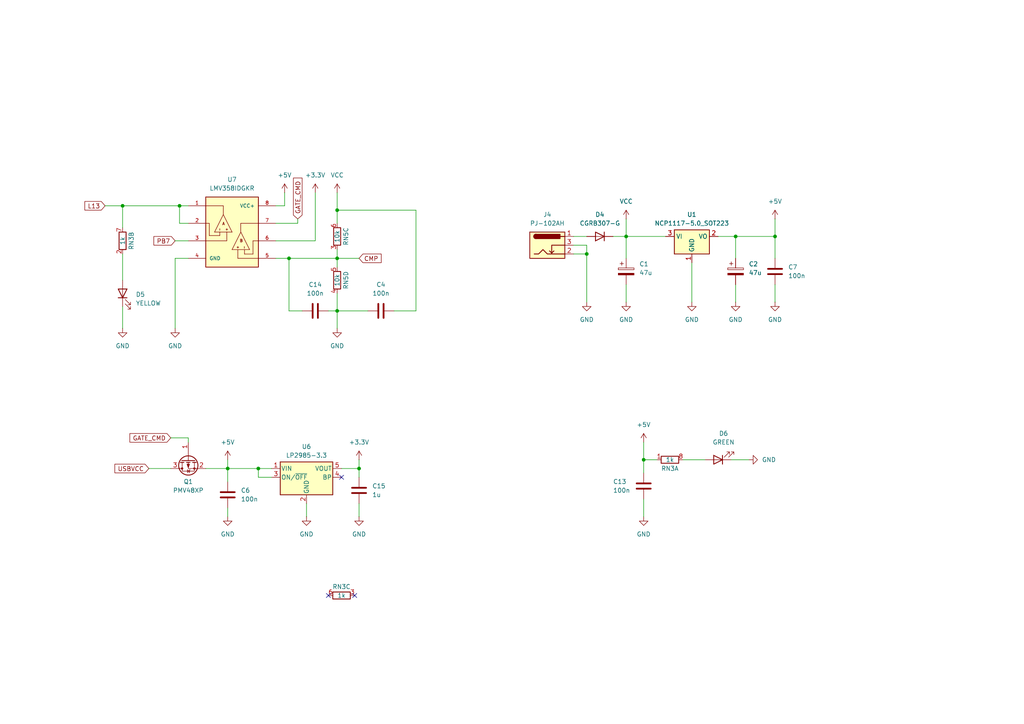
<source format=kicad_sch>
(kicad_sch (version 20231120) (generator "eeschema") (generator_version "8.0")
  (paper "A4")
  (title_block (title "Arduino Mega 2560 Power") (date "2024-05-31") (rev "1") (company "Carlos Sabogal"))
  (lib_symbols
    (symbol "Arduino Mega 2560:LMV358IDGKR" (pin_names (offset 1.016))
      (property "Reference" "U" (at -7.62 10.668 0))
      (property "Value" "LMV358IDGKR" (at -7.62 -12.7 0))
      (symbol "LMV358IDGKR_0_0"
        (rectangle (start -7.62 10.16) (end 7.62 -10.16) (stroke (width 0.254)) (fill (type background)))
        (polyline (pts (xy -6.604 -1.016) (xy -6.604 2.54)) (stroke (width 0.1524)))
        (polyline (pts (xy -6.604 2.54) (xy -7.62 2.54)) (stroke (width 0.1524)))
        (polyline (pts (xy -5.08 0) (xy -2.54 5.08)) (stroke (width 0.1524)))
        (polyline (pts (xy -3.556 -1.016) (xy -6.604 -1.016)) (stroke (width 0.1524)))
        (polyline (pts (xy -3.556 0) (xy -5.08 0)) (stroke (width 0.1524)))
        (polyline (pts (xy -3.556 0) (xy -3.556 -1.016)) (stroke (width 0.1524)))
        (polyline (pts (xy -3.556 1.016) (xy -3.556 0.508)) (stroke (width 0.1524)))
        (polyline (pts (xy -2.54 5.08) (xy -2.54 7.62)) (stroke (width 0.1524)))
        (polyline (pts (xy -2.54 5.08) (xy 0 0)) (stroke (width 0.1524)))
        (polyline (pts (xy -2.54 7.62) (xy -7.62 7.62)) (stroke (width 0.1524)))
        (polyline (pts (xy -1.778 0.762) (xy -1.27 0.762)) (stroke (width 0.1524)))
        (polyline (pts (xy -1.524 -2.54) (xy -7.62 -2.54)) (stroke (width 0.1524)))
        (polyline (pts (xy -1.524 0) (xy -3.556 0)) (stroke (width 0.1524)))
        (polyline (pts (xy -1.524 0) (xy -1.524 -2.54)) (stroke (width 0.1524)))
        (polyline (pts (xy -1.524 0.508) (xy -1.524 1.016)) (stroke (width 0.1524)))
        (polyline (pts (xy 0 -5.08) (xy 2.54 0)) (stroke (width 0.1524)))
        (polyline (pts (xy 0 0) (xy -1.524 0)) (stroke (width 0.1524)))
        (polyline (pts (xy 1.4224 -4.4196) (xy 1.9304 -4.4196)) (stroke (width 0.1524)))
        (polyline (pts (xy 1.6764 -7.62) (xy 7.62 -7.62)) (stroke (width 0.1524)))
        (polyline (pts (xy 1.6764 -5.1308) (xy 1.6764 -7.62)) (stroke (width 0.1524)))
        (polyline (pts (xy 1.6764 -4.1656) (xy 1.6764 -4.6736)) (stroke (width 0.1524)))
        (polyline (pts (xy 2.5146 -0.1016) (xy 2.5146 2.54)) (stroke (width 0.1524)))
        (polyline (pts (xy 2.5146 2.54) (xy 7.62 2.54)) (stroke (width 0.1524)))
        (polyline (pts (xy 2.54 0) (xy 5.08 -5.08)) (stroke (width 0.1524)))
        (polyline (pts (xy 3.556 -4.191) (xy 3.556 -4.699)) (stroke (width 0.1524)))
        (polyline (pts (xy 3.6068 -6.3754) (xy 6.0706 -6.3754)) (stroke (width 0.1524)))
        (polyline (pts (xy 3.6068 -5.1054) (xy 3.6068 -6.3754)) (stroke (width 0.1524)))
        (polyline (pts (xy 5.08 -5.08) (xy 0 -5.08)) (stroke (width 0.1524)))
        (polyline (pts (xy 6.0706 -6.3754) (xy 6.0706 -2.54)) (stroke (width 0.1524)))
        (polyline (pts (xy 6.0706 -2.54) (xy 7.62 -2.54)) (stroke (width 0.1524)))
        (text "A" (at -2.921 1.9558 0) (effects (font (size 0.8128 0.8128)) (justify left bottom)))
        (text "B" (at 2.159 -2.9718 0) (effects (font (size 0.8128 0.8128)) (justify left bottom)))
        (pin output line (at -12.7 7.62 0) (length 5.08) (name "~") (number "1"))
        (pin input line (at -12.7 2.54 0) (length 5.08) (name "~") (number "2"))
        (pin input line (at -12.7 -2.54 0) (length 5.08) (name "~") (number "3"))
        (pin power_in line (at -12.7 -7.62 0) (length 5.08) (name "GND") (number "4"))
        (pin input line (at 12.7 -7.62 180) (length 5.08) (name "~") (number "5"))
        (pin input line (at 12.7 -2.54 180) (length 5.08) (name "~") (number "6"))
        (pin output line (at 12.7 2.54 180) (length 5.08) (name "~") (number "7"))
        (pin power_in line (at 12.7 7.62 180) (length 5.08) (name "VCC+") (number "8"))
      )
    )
    (symbol "Connector:Barrel_Jack_Switch" (pin_names hide)
      (property "Reference" "J" (at 0 5.334 0))
      (property "Value" "Barrel_Jack_Switch" (at 0 -5.08 0))
      (symbol "Barrel_Jack_Switch_0_1"
        (rectangle (start -5.08 3.81) (end 5.08 -3.81) (stroke (width 0.254)) (fill (type background)))
        (arc (start -3.302 3.175) (mid -3.9343 2.54) (end -3.302 1.905) (stroke (width 0.254)))
        (arc (start -3.302 3.175) (mid -3.9343 2.54) (end -3.302 1.905) (stroke (width 0.254)) (fill (type outline)))
        (polyline (pts (xy 1.27 -2.286) (xy 1.905 -1.651)) (stroke (width 0.254)))
        (polyline (pts (xy 5.08 2.54) (xy 3.81 2.54)) (stroke (width 0.254)))
        (polyline (pts (xy 5.08 0) (xy 1.27 0) (xy 1.27 -2.286) (xy 0.635 -1.651)) (stroke (width 0.254)))
        (polyline (pts (xy -3.81 -2.54) (xy -2.54 -2.54) (xy -1.27 -1.27) (xy 0 -2.54) (xy 2.54 -2.54) (xy 5.08 -2.54)) (stroke (width 0.254)))
        (rectangle (start 3.683 3.175) (end -3.302 1.905) (stroke (width 0.254)) (fill (type outline)))
      )
      (symbol "Barrel_Jack_Switch_1_1"
        (pin passive line (at 7.62 2.54 180) (length 2.54) (name "~") (number "1"))
        (pin passive line (at 7.62 -2.54 180) (length 2.54) (name "~") (number "2"))
        (pin passive line (at 7.62 0 180) (length 2.54) (name "~") (number "3"))
      )
    )
    (symbol "Device:C" (pin_numbers hide) (pin_names (offset 0.254))
      (property "Reference" "C" (at 0.635 2.54 0))
      (property "Value" "C" (at 0.635 -2.54 0))
      (symbol "C_0_1"
        (polyline (pts (xy -2.032 -0.762) (xy 2.032 -0.762)) (stroke (width 0.508)))
        (polyline (pts (xy -2.032 0.762) (xy 2.032 0.762)) (stroke (width 0.508)))
      )
      (symbol "C_1_1"
        (pin passive line (at 0 3.81 270) (length 2.794) (name "~") (number "1"))
        (pin passive line (at 0 -3.81 90) (length 2.794) (name "~") (number "2"))
      )
    )
    (symbol "Device:C_Polarized" (pin_numbers hide) (pin_names (offset 0.254))
      (property "Reference" "C" (at 0.635 2.54 0))
      (property "Value" "C_Polarized" (at 0.635 -2.54 0))
      (symbol "C_Polarized_0_1"
        (rectangle (start -2.286 0.508) (end 2.286 1.016))
        (polyline (pts (xy -1.778 2.286) (xy -0.762 2.286)))
        (polyline (pts (xy -1.27 2.794) (xy -1.27 1.778)))
        (rectangle (start 2.286 -0.508) (end -2.286 -1.016) (fill (type outline)))
      )
      (symbol "C_Polarized_1_1"
        (pin passive line (at 0 3.81 270) (length 2.794) (name "~") (number "1"))
        (pin passive line (at 0 -3.81 90) (length 2.794) (name "~") (number "2"))
      )
    )
    (symbol "Device:D" (pin_numbers hide) (pin_names (offset 1.016) hide)
      (property "Reference" "D" (at 0 2.54 0))
      (property "Value" "D" (at 0 -2.54 0))
      (symbol "D_0_1"
        (polyline (pts (xy -1.27 1.27) (xy -1.27 -1.27)) (stroke (width 0.254)))
        (polyline (pts (xy 1.27 0) (xy -1.27 0)))
        (polyline (pts (xy 1.27 1.27) (xy 1.27 -1.27) (xy -1.27 0) (xy 1.27 1.27)) (stroke (width 0.254)))
      )
      (symbol "D_1_1"
        (pin passive line (at -3.81 0 0) (length 2.54) (name "K") (number "1"))
        (pin passive line (at 3.81 0 180) (length 2.54) (name "A") (number "2"))
      )
    )
    (symbol "Device:LED" (pin_numbers hide) (pin_names (offset 1.016) hide)
      (property "Reference" "D" (at 0 2.54 0))
      (property "Value" "LED" (at 0 -2.54 0))
      (symbol "LED_0_1"
        (polyline (pts (xy -1.27 -1.27) (xy -1.27 1.27)) (stroke (width 0.254)))
        (polyline (pts (xy -1.27 0) (xy 1.27 0)))
        (polyline (pts (xy 1.27 -1.27) (xy 1.27 1.27) (xy -1.27 0) (xy 1.27 -1.27)) (stroke (width 0.254)))
        (polyline (pts (xy -3.048 -0.762) (xy -4.572 -2.286) (xy -3.81 -2.286) (xy -4.572 -2.286) (xy -4.572 -1.524)))
        (polyline (pts (xy -1.778 -0.762) (xy -3.302 -2.286) (xy -2.54 -2.286) (xy -3.302 -2.286) (xy -3.302 -1.524)))
      )
      (symbol "LED_1_1"
        (pin passive line (at -3.81 0 0) (length 2.54) (name "K") (number "1"))
        (pin passive line (at 3.81 0 180) (length 2.54) (name "A") (number "2"))
      )
    )
    (symbol "Device:Q_PMOS_GSD" (pin_names (offset 0) hide)
      (property "Reference" "Q" (at 5.08 1.27 0))
      (property "Value" "Q_PMOS_GSD" (at 5.08 -1.27 0))
      (symbol "Q_PMOS_GSD_0_1"
        (polyline (pts (xy 0.254 0) (xy -2.54 0)))
        (polyline (pts (xy 0.254 1.905) (xy 0.254 -1.905)) (stroke (width 0.254)))
        (polyline (pts (xy 0.762 -1.27) (xy 0.762 -2.286)) (stroke (width 0.254)))
        (polyline (pts (xy 0.762 0.508) (xy 0.762 -0.508)) (stroke (width 0.254)))
        (polyline (pts (xy 0.762 2.286) (xy 0.762 1.27)) (stroke (width 0.254)))
        (polyline (pts (xy 2.54 2.54) (xy 2.54 1.778)))
        (polyline (pts (xy 2.54 -2.54) (xy 2.54 0) (xy 0.762 0)))
        (polyline (pts (xy 0.762 1.778) (xy 3.302 1.778) (xy 3.302 -1.778) (xy 0.762 -1.778)))
        (polyline (pts (xy 2.286 0) (xy 1.27 0.381) (xy 1.27 -0.381) (xy 2.286 0)) (fill (type outline)))
        (polyline (pts (xy 2.794 -0.508) (xy 2.921 -0.381) (xy 3.683 -0.381) (xy 3.81 -0.254)))
        (polyline (pts (xy 3.302 -0.381) (xy 2.921 0.254) (xy 3.683 0.254) (xy 3.302 -0.381)))
        (circle (center 1.651 0) (radius 2.794) (stroke (width 0.254)))
        (circle (center 2.54 -1.778) (radius 0.254) (fill (type outline)))
        (circle (center 2.54 1.778) (radius 0.254) (fill (type outline)))
      )
      (symbol "Q_PMOS_GSD_1_1"
        (pin input line (at -5.08 0 0) (length 2.54) (name "G") (number "1"))
        (pin passive line (at 2.54 -5.08 90) (length 2.54) (name "S") (number "2"))
        (pin passive line (at 2.54 5.08 270) (length 2.54) (name "D") (number "3"))
      )
    )
    (symbol "Device:R_Pack04_Split" (pin_names (offset 0) hide)
      (property "Reference" "RN" (at 2.032 0 90))
      (property "Value" "R_Pack04_Split" (at 0 0 90))
      (symbol "R_Pack04_Split_0_1"
        (rectangle (start 1.016 2.54) (end -1.016 -2.54) (stroke (width 0.254)))
      )
      (symbol "R_Pack04_Split_1_1"
        (pin passive line (at 0 -3.81 90) (length 1.27) (name "R1.1") (number "1"))
        (pin passive line (at 0 3.81 270) (length 1.27) (name "R1.2") (number "8"))
      )
      (symbol "R_Pack04_Split_2_1"
        (pin passive line (at 0 -3.81 90) (length 1.27) (name "R2.1") (number "2"))
        (pin passive line (at 0 3.81 270) (length 1.27) (name "R2.2") (number "7"))
      )
      (symbol "R_Pack04_Split_3_1"
        (pin passive line (at 0 -3.81 90) (length 1.27) (name "R3.1") (number "3"))
        (pin passive line (at 0 3.81 270) (length 1.27) (name "R3.2") (number "6"))
      )
      (symbol "R_Pack04_Split_4_1"
        (pin passive line (at 0 -3.81 90) (length 1.27) (name "R4.1") (number "4"))
        (pin passive line (at 0 3.81 270) (length 1.27) (name "R4.2") (number "5"))
      )
    )
    (symbol "Regulator_Linear:LP2985-3.3" (pin_names (offset 0.254))
      (property "Reference" "U" (at -6.35 5.715 0))
      (property "Value" "LP2985-3.3" (at 0 5.715 0))
      (symbol "LP2985-3.3_0_1"
        (rectangle (start -7.62 -5.08) (end 7.62 4.445) (stroke (width 0.254)) (fill (type background)))
      )
      (symbol "LP2985-3.3_1_1"
        (pin power_in line (at -10.16 2.54 0) (length 2.54) (name "VIN") (number "1"))
        (pin power_in line (at 0 -7.62 90) (length 2.54) (name "GND") (number "2"))
        (pin input line (at -10.16 0 0) (length 2.54) (name "ON/~{OFF}") (number "3"))
        (pin input line (at 10.16 0 180) (length 2.54) (name "BP") (number "4"))
        (pin power_out line (at 10.16 2.54 180) (length 2.54) (name "VOUT") (number "5"))
      )
    )
    (symbol "Regulator_Linear:NCP1117-5.0_SOT223"
      (property "Reference" "U" (at -3.81 3.175 0))
      (property "Value" "NCP1117-5.0_SOT223" (at 0 3.175 0))
      (symbol "NCP1117-5.0_SOT223_0_1"
        (rectangle (start -5.08 -5.08) (end 5.08 1.905) (stroke (width 0.254)) (fill (type background)))
      )
      (symbol "NCP1117-5.0_SOT223_1_1"
        (pin power_in line (at 0 -7.62 90) (length 2.54) (name "GND") (number "1"))
        (pin power_out line (at 7.62 0 180) (length 2.54) (name "VO") (number "2"))
        (pin power_in line (at -7.62 0 0) (length 2.54) (name "VI") (number "3"))
      )
    )
    (symbol "power:+3.3V" (power) (pin_numbers hide) (pin_names (offset 0) hide)
      (property "Value" "+3.3V" (at 0 3.556 0))
      (symbol "+3.3V_0_1"
        (polyline (pts (xy -0.762 1.27) (xy 0 2.54)))
        (polyline (pts (xy 0 0) (xy 0 2.54)))
        (polyline (pts (xy 0 2.54) (xy 0.762 1.27)))
      )
      (symbol "+3.3V_1_1"
        (pin power_in line (at 0 0 90) (length 0) (name "~") (number "1"))
      )
    )
    (symbol "power:+5V" (power) (pin_numbers hide) (pin_names (offset 0) hide)
      (property "Value" "+5V" (at 0 3.556 0))
      (symbol "+5V_0_1"
        (polyline (pts (xy -0.762 1.27) (xy 0 2.54)))
        (polyline (pts (xy 0 0) (xy 0 2.54)))
        (polyline (pts (xy 0 2.54) (xy 0.762 1.27)))
      )
      (symbol "+5V_1_1"
        (pin power_in line (at 0 0 90) (length 0) (name "~") (number "1"))
      )
    )
    (symbol "power:GND" (power) (pin_numbers hide) (pin_names (offset 0) hide)
      (property "Value" "GND" (at 0 -3.81 0))
      (symbol "GND_0_1"
        (polyline (pts (xy 0 0) (xy 0 -1.27) (xy 1.27 -1.27) (xy 0 -2.54) (xy -1.27 -1.27) (xy 0 -1.27)))
      )
      (symbol "GND_1_1"
        (pin power_in line (at 0 0 270) (length 0) (name "~") (number "1"))
      )
    )
    (symbol "power:VCC" (power) (pin_numbers hide) (pin_names (offset 0) hide)
      (property "Value" "VCC" (at 0 3.556 0))
      (symbol "VCC_0_1"
        (polyline (pts (xy -0.762 1.27) (xy 0 2.54)))
        (polyline (pts (xy 0 0) (xy 0 2.54)))
        (polyline (pts (xy 0 2.54) (xy 0.762 1.27)))
      )
      (symbol "VCC_1_1"
        (pin power_in line (at 0 0 90) (length 0) (name "~") (number "1"))
      )
    )
  )
  (junction (at 35.56 59.69))
  (junction (at 66.04 135.89))
  (junction (at 74.93 135.89))
  (junction (at 170.18 73.66))
  (junction (at 104.14 135.89))
  (junction (at 83.82 74.93))
  (junction (at 186.69 133.35))
  (junction (at 97.79 60.96))
  (junction (at 97.79 74.93))
  (junction (at 52.07 59.69))
  (junction (at 213.36 68.58))
  (junction (at 97.79 90.17))
  (junction (at 224.79 68.58))
  (junction (at 181.61 68.58))
  (no_connect (at 99.06 138.43))
  (no_connect (at 95.25 172.72))
  (no_connect (at 102.87 172.72))
  (wire (pts (xy 49.53 127) (xy 54.61 127)))
  (wire (pts (xy 186.69 144.78) (xy 186.69 149.86)))
  (wire (pts (xy 104.14 133.35) (xy 104.14 135.89)))
  (wire (pts (xy 120.65 60.96) (xy 97.79 60.96)))
  (wire (pts (xy 66.04 147.32) (xy 66.04 149.86)))
  (wire (pts (xy 91.44 69.85) (xy 80.01 69.85)))
  (wire (pts (xy 35.56 66.04) (xy 35.56 59.69)))
  (wire (pts (xy 97.79 90.17) (xy 106.68 90.17)))
  (wire (pts (xy 35.56 73.66) (xy 35.56 81.28)))
  (wire (pts (xy 104.14 135.89) (xy 99.06 135.89)))
  (wire (pts (xy 80.01 74.93) (xy 83.82 74.93)))
  (wire (pts (xy 224.79 74.93) (xy 224.79 68.58)))
  (wire (pts (xy 82.55 59.69) (xy 80.01 59.69)))
  (wire (pts (xy 74.93 138.43) (xy 74.93 135.89)))
  (wire (pts (xy 87.63 90.17) (xy 83.82 90.17)))
  (wire (pts (xy 170.18 71.12) (xy 170.18 73.66)))
  (wire (pts (xy 54.61 127) (xy 54.61 128.27)))
  (wire (pts (xy 104.14 138.43) (xy 104.14 135.89)))
  (wire (pts (xy 186.69 137.16) (xy 186.69 133.35)))
  (wire (pts (xy 59.69 135.89) (xy 66.04 135.89)))
  (wire (pts (xy 104.14 74.93) (xy 97.79 74.93)))
  (wire (pts (xy 50.8 95.25) (xy 50.8 74.93)))
  (wire (pts (xy 83.82 90.17) (xy 83.82 74.93)))
  (wire (pts (xy 166.37 68.58) (xy 170.18 68.58)))
  (wire (pts (xy 43.18 135.89) (xy 49.53 135.89)))
  (wire (pts (xy 208.28 68.58) (xy 213.36 68.58)))
  (wire (pts (xy 66.04 133.35) (xy 66.04 135.89)))
  (wire (pts (xy 50.8 74.93) (xy 54.61 74.93)))
  (wire (pts (xy 213.36 68.58) (xy 213.36 74.93)))
  (wire (pts (xy 198.12 133.35) (xy 204.47 133.35)))
  (wire (pts (xy 97.79 74.93) (xy 97.79 72.39)))
  (wire (pts (xy 52.07 64.77) (xy 54.61 64.77)))
  (wire (pts (xy 97.79 90.17) (xy 97.79 85.09)))
  (wire (pts (xy 177.8 68.58) (xy 181.61 68.58)))
  (wire (pts (xy 97.79 60.96) (xy 97.79 64.77)))
  (wire (pts (xy 217.17 133.35) (xy 212.09 133.35)))
  (wire (pts (xy 186.69 133.35) (xy 190.5 133.35)))
  (wire (pts (xy 104.14 146.05) (xy 104.14 149.86)))
  (wire (pts (xy 181.61 68.58) (xy 193.04 68.58)))
  (wire (pts (xy 35.56 95.25) (xy 35.56 88.9)))
  (wire (pts (xy 74.93 135.89) (xy 78.74 135.89)))
  (wire (pts (xy 50.8 69.85) (xy 54.61 69.85)))
  (wire (pts (xy 166.37 71.12) (xy 170.18 71.12)))
  (wire (pts (xy 181.61 63.5) (xy 181.61 68.58)))
  (wire (pts (xy 66.04 135.89) (xy 74.93 135.89)))
  (wire (pts (xy 97.79 77.47) (xy 97.79 74.93)))
  (wire (pts (xy 181.61 82.55) (xy 181.61 87.63)))
  (wire (pts (xy 52.07 59.69) (xy 52.07 64.77)))
  (wire (pts (xy 181.61 68.58) (xy 181.61 74.93)))
  (wire (pts (xy 52.07 59.69) (xy 54.61 59.69)))
  (wire (pts (xy 88.9 149.86) (xy 88.9 146.05)))
  (wire (pts (xy 213.36 68.58) (xy 224.79 68.58)))
  (wire (pts (xy 114.3 90.17) (xy 120.65 90.17)))
  (wire (pts (xy 78.74 138.43) (xy 74.93 138.43)))
  (wire (pts (xy 97.79 95.25) (xy 97.79 90.17)))
  (wire (pts (xy 120.65 90.17) (xy 120.65 60.96)))
  (wire (pts (xy 86.36 64.77) (xy 86.36 63.5)))
  (wire (pts (xy 224.79 68.58) (xy 224.79 63.5)))
  (wire (pts (xy 35.56 59.69) (xy 52.07 59.69)))
  (wire (pts (xy 224.79 82.55) (xy 224.79 87.63)))
  (wire (pts (xy 66.04 139.7) (xy 66.04 135.89)))
  (wire (pts (xy 186.69 128.27) (xy 186.69 133.35)))
  (wire (pts (xy 170.18 73.66) (xy 170.18 87.63)))
  (wire (pts (xy 30.48 59.69) (xy 35.56 59.69)))
  (wire (pts (xy 82.55 55.88) (xy 82.55 59.69)))
  (wire (pts (xy 80.01 64.77) (xy 86.36 64.77)))
  (wire (pts (xy 95.25 90.17) (xy 97.79 90.17)))
  (wire (pts (xy 166.37 73.66) (xy 170.18 73.66)))
  (wire (pts (xy 83.82 74.93) (xy 97.79 74.93)))
  (wire (pts (xy 213.36 82.55) (xy 213.36 87.63)))
  (wire (pts (xy 97.79 55.88) (xy 97.79 60.96)))
  (wire (pts (xy 91.44 55.88) (xy 91.44 69.85)))
  (wire (pts (xy 200.66 76.2) (xy 200.66 87.63)))
  (global_label "GATE_CMD" (shape input) (at 86.36 63.5 90) (property "Intersheetrefs" "${INTERSHEET_REFS}" (effects (hide yes))))
  (global_label "USBVCC" (shape input) (at 43.18 135.89 180) (property "Intersheetrefs" "${INTERSHEET_REFS}" (effects (hide yes))))
  (global_label "PB7" (shape input) (at 50.8 69.85 180) (property "Intersheetrefs" "${INTERSHEET_REFS}" (effects (hide yes))))
  (global_label "L13" (shape input) (at 30.48 59.69 180) (property "Intersheetrefs" "${INTERSHEET_REFS}" (effects (hide yes))))
  (global_label "GATE_CMD" (shape input) (at 49.53 127 180) (property "Intersheetrefs" "${INTERSHEET_REFS}" (effects (hide yes))))
  (global_label "CMP" (shape input) (at 104.14 74.93 0) (property "Intersheetrefs" "${INTERSHEET_REFS}" (effects (hide yes))))
  (symbol (lib_id "power:+3.3V") (at 104.14 133.35 0) (unit 1)
    (property "Reference" "#PWR021" (effects (hide yes)))
    (property "Value" "+3.3V" (at 104.14 128.27 0))
    (property "Description" "Power symbol creates a global label with name \"+3.3V\"" (effects (hide yes)))
  )
  (symbol (lib_id "power:VCC") (at 181.61 63.5 0) (unit 1)
    (property "Reference" "#PWR09" (effects (hide yes)))
    (property "Value" "VCC" (at 181.61 58.42 0))
    (property "Description" "Power symbol creates a global label with name \"VCC\"" (effects (hide yes)))
  )
  (symbol (lib_id "Device:C_Polarized") (at 181.61 78.74 0) (unit 1)
    (property "Reference" "C1" (at 185.42 76.5809 0) (effects (justify left)))
    (property "Value" "47u" (at 185.42 79.1209 0) (effects (justify left)))
    (property "Footprint" "Arduino Mega 2560:CAP_EEHZA1E470P" (effects (hide yes)))
    (property "Description" "Polarized capacitor" (effects (hide yes)))
  )
  (symbol (lib_id "Device:C") (at 104.14 142.24 180) (unit 1)
    (property "Reference" "C15" (at 107.95 140.9699 0) (effects (justify right)))
    (property "Value" "1u" (at 107.95 143.5099 0) (effects (justify right)))
    (property "Footprint" "Capacitor_SMD:C_0603_1608Metric" (effects (hide yes)))
    (property "Description" "Unpolarized capacitor" (effects (hide yes)))
  )
  (symbol (lib_id "Device:LED") (at 208.28 133.35 180) (unit 1)
    (property "Reference" "D6" (at 209.8675 125.73 0))
    (property "Value" "GREEN" (at 209.8675 128.27 0))
    (property "Footprint" "LED_SMD:LED_0805_2012Metric" (effects (hide yes)))
    (property "Description" "Light emitting diode" (effects (hide yes)))
  )
  (symbol (lib_id "power:GND") (at 186.69 149.86 0) (unit 1)
    (property "Reference" "#PWR028" (effects (hide yes)))
    (property "Value" "GND" (at 186.69 154.94 0))
    (property "Description" "Power symbol creates a global label with name \"GND\" , ground" (effects (hide yes)))
  )
  (symbol (lib_id "power:GND") (at 66.04 149.86 0) (unit 1)
    (property "Reference" "#PWR023" (effects (hide yes)))
    (property "Value" "GND" (at 66.04 154.94 0))
    (property "Description" "Power symbol creates a global label with name \"GND\" , ground" (effects (hide yes)))
  )
  (symbol (lib_id "power:+5V") (at 224.79 63.5 0) (unit 1)
    (property "Reference" "#PWR013" (effects (hide yes)))
    (property "Value" "+5V" (at 224.79 58.42 0))
    (property "Description" "Power symbol creates a global label with name \"+5V\"" (effects (hide yes)))
  )
  (symbol (lib_id "power:GND") (at 181.61 87.63 0) (unit 1)
    (property "Reference" "#PWR010" (effects (hide yes)))
    (property "Value" "GND" (at 181.61 92.71 0))
    (property "Description" "Power symbol creates a global label with name \"GND\" , ground" (effects (hide yes)))
  )
  (symbol (lib_id "power:+5V") (at 186.69 128.27 0) (unit 1)
    (property "Reference" "#PWR015" (effects (hide yes)))
    (property "Value" "+5V" (at 186.69 123.19 0))
    (property "Description" "Power symbol creates a global label with name \"+5V\"" (effects (hide yes)))
  )
  (symbol (lib_id "Device:R_Pack04_Split") (at 97.79 68.58 0) (unit 3)
    (property "Reference" "RN5" (at 100.33 68.58 90))
    (property "Value" "10k" (at 97.79 68.58 90))
    (property "Footprint" "Resistor_SMD:R_Array_Convex_4x0612" (effects (hide yes)))
    (property "Description" "4 resistor network, parallel topology, split" (effects (hide yes)))
  )
  (symbol (lib_id "Regulator_Linear:NCP1117-5.0_SOT223") (at 200.66 68.58 0) (unit 1)
    (property "Reference" "U1" (at 200.66 62.23 0))
    (property "Value" "NCP1117-5.0_SOT223" (at 200.66 64.77 0))
    (property "Footprint" "Package_TO_SOT_SMD:SOT-223-3_TabPin2" (effects (hide yes)))
    (property "Datasheet" "http://www.onsemi.com/pub_link/Collateral/NCP1117-D.PDF" (effects (hide yes)))
    (property "Description" "1A Low drop-out regulator, Fixed Output 5V, SOT-223" (effects (hide yes)))
  )
  (symbol (lib_id "power:GND") (at 213.36 87.63 0) (unit 1)
    (property "Reference" "#PWR012" (effects (hide yes)))
    (property "Value" "GND" (at 213.36 92.71 0))
    (property "Description" "Power symbol creates a global label with name \"GND\" , ground" (effects (hide yes)))
  )
  (symbol (lib_id "power:GND") (at 50.8 95.25 0) (unit 1)
    (property "Reference" "#PWR016" (effects (hide yes)))
    (property "Value" "GND" (at 50.8 100.33 0))
    (property "Description" "Power symbol creates a global label with name \"GND\" , ground" (effects (hide yes)))
  )
  (symbol (lib_id "power:GND") (at 97.79 95.25 0) (mirror y) (unit 1)
    (property "Reference" "#PWR026" (effects (hide yes)))
    (property "Value" "GND" (at 97.79 100.33 0))
    (property "Description" "Power symbol creates a global label with name \"GND\" , ground" (effects (hide yes)))
  )
  (symbol (lib_id "Device:R_Pack04_Split") (at 97.79 81.28 0) (unit 4)
    (property "Reference" "RN5" (at 100.33 81.28 90))
    (property "Value" "10k" (at 97.79 81.28 90))
    (property "Footprint" "Resistor_SMD:R_Array_Convex_4x0612" (effects (hide yes)))
    (property "Description" "4 resistor network, parallel topology, split" (effects (hide yes)))
  )
  (symbol (lib_id "Device:R_Pack04_Split") (at 99.06 172.72 90) (unit 3)
    (property "Reference" "RN3" (at 99.06 170.18 90))
    (property "Value" "1k" (at 99.06 172.72 90))
    (property "Footprint" "Resistor_SMD:R_Array_Convex_4x0612" (effects (hide yes)))
    (property "Description" "4 resistor network, parallel topology, split" (effects (hide yes)))
  )
  (symbol (lib_id "Device:LED") (at 35.56 85.09 90) (unit 1)
    (property "Reference" "D5" (at 39.37 85.4074 90) (effects (justify right)))
    (property "Value" "YELLOW" (at 39.37 87.9474 90) (effects (justify right)))
    (property "Footprint" "LED_SMD:LED_0805_2012Metric" (effects (hide yes)))
    (property "Description" "Light emitting diode" (effects (hide yes)))
  )
  (symbol (lib_id "power:GND") (at 200.66 87.63 0) (unit 1)
    (property "Reference" "#PWR011" (effects (hide yes)))
    (property "Value" "GND" (at 200.66 92.71 0))
    (property "Description" "Power symbol creates a global label with name \"GND\" , ground" (effects (hide yes)))
  )
  (symbol (lib_id "Device:C") (at 91.44 90.17 270) (unit 1)
    (property "Reference" "C14" (at 91.44 82.55 90))
    (property "Value" "100n" (at 91.44 85.09 90))
    (property "Footprint" "Capacitor_SMD:C_0603_1608Metric" (effects (hide yes)))
    (property "Description" "Unpolarized capacitor" (effects (hide yes)))
  )
  (symbol (lib_id "power:VCC") (at 97.79 55.88 0) (mirror y) (unit 1)
    (property "Reference" "#PWR025" (effects (hide yes)))
    (property "Value" "VCC" (at 97.79 50.8 0))
    (property "Description" "Power symbol creates a global label with name \"VCC\"" (effects (hide yes)))
  )
  (symbol (lib_id "power:GND") (at 35.56 95.25 0) (unit 1)
    (property "Reference" "#PWR019" (effects (hide yes)))
    (property "Value" "GND" (at 35.56 100.33 0))
    (property "Description" "Power symbol creates a global label with name \"GND\" , ground" (effects (hide yes)))
  )
  (symbol (lib_id "Device:R_Pack04_Split") (at 194.31 133.35 270) (unit 1)
    (property "Reference" "RN3" (at 194.31 135.89 90))
    (property "Value" "1k" (at 194.31 133.35 90))
    (property "Footprint" "Resistor_SMD:R_Array_Convex_4x0612" (effects (hide yes)))
    (property "Description" "4 resistor network, parallel topology, split" (effects (hide yes)))
  )
  (symbol (lib_id "Device:C") (at 66.04 143.51 0) (unit 1)
    (property "Reference" "C6" (at 69.85 142.2399 0) (effects (justify left)))
    (property "Value" "100n" (at 69.85 144.7799 0) (effects (justify left)))
    (property "Footprint" "Capacitor_SMD:C_0603_1608Metric" (effects (hide yes)))
    (property "Description" "Unpolarized capacitor" (effects (hide yes)))
  )
  (symbol (lib_id "power:+3.3V") (at 91.44 55.88 0) (unit 1)
    (property "Reference" "#PWR014" (effects (hide yes)))
    (property "Value" "+3.3V" (at 91.44 50.8 0))
    (property "Description" "Power symbol creates a global label with name \"+3.3V\"" (effects (hide yes)))
  )
  (symbol (lib_id "Device:C") (at 224.79 78.74 0) (unit 1)
    (property "Reference" "C7" (at 228.6 77.4699 0) (effects (justify left)))
    (property "Value" "100n" (at 228.6 80.0099 0) (effects (justify left)))
    (property "Footprint" "Capacitor_SMD:C_0603_1608Metric" (effects (hide yes)))
    (property "Description" "Unpolarized capacitor" (effects (hide yes)))
  )
  (symbol (lib_id "Device:C") (at 186.69 140.97 180) (unit 1)
    (property "Reference" "C13" (at 177.8 139.7 0) (effects (justify right)))
    (property "Value" "100n" (at 177.8 142.24 0) (effects (justify right)))
    (property "Footprint" "Capacitor_SMD:C_0603_1608Metric" (effects (hide yes)))
    (property "Description" "Unpolarized capacitor" (effects (hide yes)))
  )
  (symbol (lib_id "power:+5V") (at 66.04 133.35 0) (unit 1)
    (property "Reference" "#PWR020" (effects (hide yes)))
    (property "Value" "+5V" (at 66.04 128.27 0))
    (property "Description" "Power symbol creates a global label with name \"+5V\"" (effects (hide yes)))
  )
  (symbol (lib_id "Device:C") (at 110.49 90.17 270) (unit 1)
    (property "Reference" "C4" (at 110.49 82.55 90))
    (property "Value" "100n" (at 110.49 85.09 90))
    (property "Footprint" "Capacitor_SMD:C_0603_1608Metric" (effects (hide yes)))
    (property "Description" "Unpolarized capacitor" (effects (hide yes)))
  )
  (symbol (lib_id "power:GND") (at 88.9 149.86 0) (unit 1)
    (property "Reference" "#PWR022" (effects (hide yes)))
    (property "Value" "GND" (at 88.9 154.94 0))
    (property "Description" "Power symbol creates a global label with name \"GND\" , ground" (effects (hide yes)))
  )
  (symbol (lib_id "power:GND") (at 224.79 87.63 0) (unit 1)
    (property "Reference" "#PWR024" (effects (hide yes)))
    (property "Value" "GND" (at 224.79 92.71 0))
    (property "Description" "Power symbol creates a global label with name \"GND\" , ground" (effects (hide yes)))
  )
  (symbol (lib_id "power:+5V") (at 82.55 55.88 0) (unit 1)
    (property "Reference" "#PWR018" (effects (hide yes)))
    (property "Value" "+5V" (at 82.55 50.8 0))
    (property "Description" "Power symbol creates a global label with name \"+5V\"" (effects (hide yes)))
  )
  (symbol (lib_id "Device:Q_PMOS_GSD") (at 54.61 133.35 90) (mirror x) (unit 1)
    (property "Reference" "Q1" (at 54.61 139.7 90))
    (property "Value" "PMV48XP" (at 54.61 142.24 90))
    (property "Footprint" "Package_TO_SOT_SMD:SC-59" (effects (hide yes)))
    (property "Description" "P-MOSFET transistor, gate/source/drain" (effects (hide yes)))
  )
  (symbol (lib_id "Device:R_Pack04_Split") (at 35.56 69.85 0) (unit 2)
    (property "Reference" "RN3" (at 38.1 69.85 90))
    (property "Value" "1k" (at 35.56 69.85 90))
    (property "Footprint" "Resistor_SMD:R_Array_Convex_4x0612" (effects (hide yes)))
    (property "Description" "4 resistor network, parallel topology, split" (effects (hide yes)))
  )
  (symbol (lib_id "Arduino Mega 2560:LMV358IDGKR") (at 67.31 67.31 0) (unit 1)
    (property "Reference" "U7" (at 67.31 52.07 0))
    (property "Value" "LMV358IDGKR" (at 67.31 54.61 0))
    (property "Footprint" "Package_SO:MSOP-8_3x3mm_P0.65mm" (effects (hide yes)))
    (property "PARTREV" "X" (effects (hide yes)))
    (property "MANUFACTURER" "Texas Instruments" (effects (hide yes)))
    (property "MAXIMUM_PACKAGE_HEIGHT" "1.1mm" (effects (hide yes)))
    (property "STANDARD" "IPC-7351B" (effects (hide yes)))
  )
  (symbol (lib_id "Device:C_Polarized") (at 213.36 78.74 0) (unit 1)
    (property "Reference" "C2" (at 217.17 76.5809 0) (effects (justify left)))
    (property "Value" "47u" (at 217.17 79.1209 0) (effects (justify left)))
    (property "Footprint" "Arduino Mega 2560:CAP_EEHZA1E470P" (effects (hide yes)))
    (property "Description" "Polarized capacitor" (effects (hide yes)))
  )
  (symbol (lib_id "power:GND") (at 170.18 87.63 0) (unit 1)
    (property "Reference" "#PWR08" (effects (hide yes)))
    (property "Value" "GND" (at 170.18 92.71 0))
    (property "Description" "Power symbol creates a global label with name \"GND\" , ground" (effects (hide yes)))
  )
  (symbol (lib_id "Connector:Barrel_Jack_Switch") (at 158.75 71.12 0) (unit 1)
    (property "Reference" "J4" (at 158.75 62.23 0))
    (property "Value" "PJ-102AH" (at 158.75 64.77 0))
    (property "Footprint" "Connector_BarrelJack:BarrelJack_Kycon_KLDX-0202-xC_Horizontal" (effects (hide yes)))
    (property "Description" "DC Barrel Jack with an internal switch" (effects (hide yes)))
  )
  (symbol (lib_id "Device:D") (at 173.99 68.58 180) (unit 1)
    (property "Reference" "D4" (at 173.99 62.23 0))
    (property "Value" "CGRB307-G" (at 173.99 64.77 0))
    (property "Footprint" "Diode_SMD:D_SMB" (effects (hide yes)))
    (property "Description" "Diode" (effects (hide yes)))
    (property "Sim.Device" "D" (effects (hide yes)))
    (property "Sim.Pins" "1=K 2=A" (effects (hide yes)))
  )
  (symbol (lib_id "Regulator_Linear:LP2985-3.3") (at 88.9 138.43 0) (unit 1)
    (property "Reference" "U6" (at 88.9 129.54 0))
    (property "Value" "LP2985-3.3" (at 88.9 132.08 0))
    (property "Footprint" "Package_TO_SOT_SMD:SOT-23-5" (effects (hide yes)))
    (property "Datasheet" "http://www.ti.com/lit/ds/symlink/lp2985.pdf" (effects (hide yes)))
    (property "Description" "150mA 16V Low-noise Low-dropout Regulator With Shutdown, 3.3V output voltage, SOT-23-5" (effects (hide yes)))
  )
  (symbol (lib_id "power:GND") (at 217.17 133.35 90) (unit 1)
    (property "Reference" "#PWR017" (effects (hide yes)))
    (property "Value" "GND" (at 220.98 133.3499 90) (effects (justify right)))
    (property "Description" "Power symbol creates a global label with name \"GND\" , ground" (effects (hide yes)))
  )
  (symbol (lib_id "power:GND") (at 104.14 149.86 0) (unit 1)
    (property "Reference" "#PWR027" (effects (hide yes)))
    (property "Value" "GND" (at 104.14 154.94 0))
    (property "Description" "Power symbol creates a global label with name \"GND\" , ground" (effects (hide yes)))
  )
)
</source>
